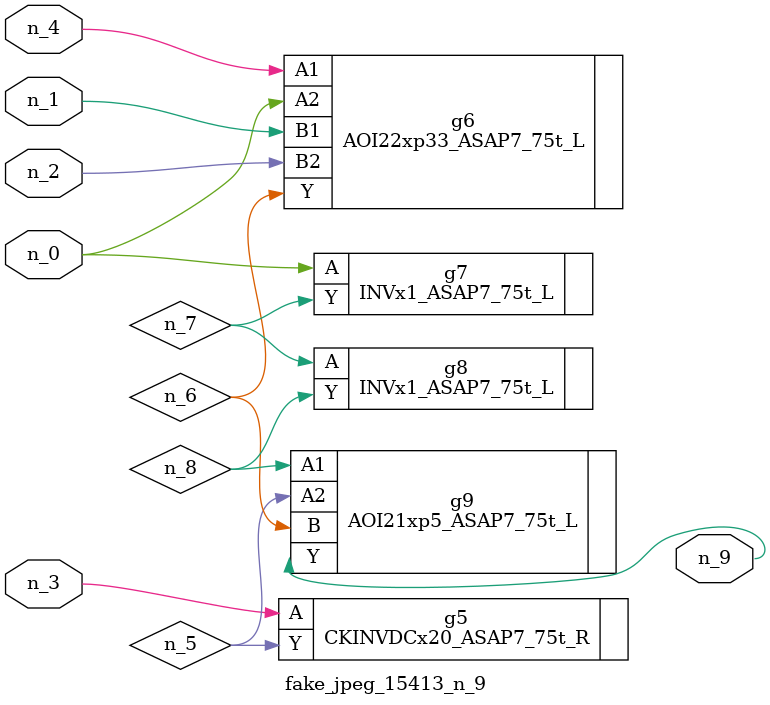
<source format=v>
module fake_jpeg_15413_n_9 (n_3, n_2, n_1, n_0, n_4, n_9);

input n_3;
input n_2;
input n_1;
input n_0;
input n_4;

output n_9;

wire n_8;
wire n_6;
wire n_5;
wire n_7;

CKINVDCx20_ASAP7_75t_R g5 ( 
.A(n_3),
.Y(n_5)
);

AOI22xp33_ASAP7_75t_L g6 ( 
.A1(n_4),
.A2(n_0),
.B1(n_1),
.B2(n_2),
.Y(n_6)
);

INVx1_ASAP7_75t_L g7 ( 
.A(n_0),
.Y(n_7)
);

INVx1_ASAP7_75t_L g8 ( 
.A(n_7),
.Y(n_8)
);

AOI21xp5_ASAP7_75t_L g9 ( 
.A1(n_8),
.A2(n_5),
.B(n_6),
.Y(n_9)
);


endmodule
</source>
